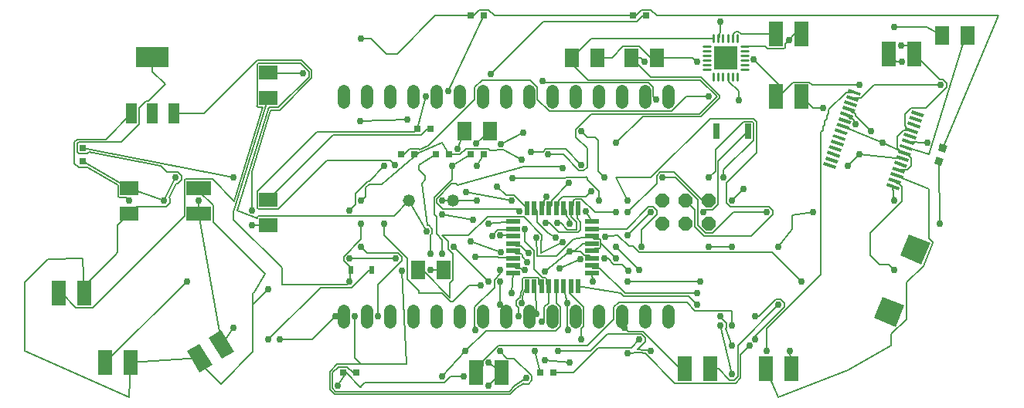
<source format=gbr>
G04 EAGLE Gerber RS-274X export*
G75*
%MOMM*%
%FSLAX34Y34*%
%LPD*%
%INTop Copper*%
%IPPOS*%
%AMOC8*
5,1,8,0,0,1.08239X$1,22.5*%
G01*
%ADD10R,1.600000X2.700000*%
%ADD11R,2.700000X1.600000*%
%ADD12R,0.630000X0.830000*%
%ADD13P,1.649562X8X22.500000*%
%ADD14R,0.800000X0.800000*%
%ADD15R,0.800000X0.800000*%
%ADD16C,1.320800*%
%ADD17R,2.000000X1.600000*%
%ADD18R,1.600000X2.000000*%
%ADD19R,0.800000X1.700000*%
%ADD20R,2.540000X2.540000*%
%ADD21R,1.500000X0.550000*%
%ADD22R,0.550000X1.500000*%
%ADD23R,0.348000X1.397000*%
%ADD24C,1.320800*%
%ADD25C,0.254000*%
%ADD26R,2.616200X2.616200*%
%ADD27R,1.219200X2.235200*%
%ADD28R,3.600000X2.200000*%
%ADD29C,0.756400*%
%ADD30C,0.152400*%


D10*
X801400Y44450D03*
X773400Y44450D03*
X138400Y50800D03*
X166400Y50800D03*
X87600Y127000D03*
X115600Y127000D03*
X862300Y44450D03*
X890300Y44450D03*
X544800Y40057D03*
X572800Y40057D03*
D11*
X241300Y214600D03*
X241300Y242600D03*
D10*
G36*
X252139Y78155D02*
X265825Y86443D01*
X279811Y63349D01*
X266125Y55061D01*
X252139Y78155D01*
G37*
G36*
X228189Y63651D02*
X241875Y71939D01*
X255861Y48845D01*
X242175Y40557D01*
X228189Y63651D01*
G37*
D12*
X407600Y152400D03*
X430600Y152400D03*
D13*
X749300Y203200D03*
X749300Y228600D03*
X774700Y203200D03*
X774700Y228600D03*
X800100Y203200D03*
X800100Y228600D03*
D14*
X538600Y279400D03*
X553600Y279400D03*
X114300Y271900D03*
X114300Y286900D03*
X500500Y279400D03*
X515500Y279400D03*
X462400Y279400D03*
X477400Y279400D03*
X480180Y307340D03*
X495180Y307340D03*
X538600Y431800D03*
X553600Y431800D03*
X716400Y431800D03*
X731400Y431800D03*
D15*
G36*
X1051166Y283832D02*
X1053277Y291547D01*
X1060992Y289436D01*
X1058881Y281721D01*
X1051166Y283832D01*
G37*
G36*
X1047208Y269364D02*
X1049319Y277079D01*
X1057034Y274968D01*
X1054923Y267253D01*
X1047208Y269364D01*
G37*
D14*
X614800Y40057D03*
X629800Y40057D03*
X398900Y40057D03*
X413900Y40057D03*
D16*
X471170Y228600D03*
X519430Y228600D03*
D17*
X317500Y341600D03*
X317500Y369600D03*
D18*
X532100Y304800D03*
X560100Y304800D03*
X481300Y152400D03*
X509300Y152400D03*
X1083340Y410210D03*
X1055340Y410210D03*
D17*
X317500Y201900D03*
X317500Y229900D03*
D19*
X808500Y304800D03*
X842500Y304800D03*
D20*
G36*
X1009505Y168730D02*
X1019307Y192162D01*
X1042739Y182360D01*
X1032937Y158928D01*
X1009505Y168730D01*
G37*
G36*
X980755Y100001D02*
X990557Y123433D01*
X1013989Y113631D01*
X1004187Y90199D01*
X980755Y100001D01*
G37*
D21*
X671650Y149800D03*
X671650Y157800D03*
X671650Y165800D03*
X671650Y173800D03*
X671650Y181800D03*
X671650Y189800D03*
X671650Y197800D03*
X671650Y205800D03*
D22*
X656650Y220800D03*
X648650Y220800D03*
X640650Y220800D03*
X632650Y220800D03*
X624650Y220800D03*
X616650Y220800D03*
X608650Y220800D03*
X600650Y220800D03*
D21*
X585650Y205800D03*
X585650Y197800D03*
X585650Y189800D03*
X585650Y181800D03*
X585650Y173800D03*
X585650Y165800D03*
X585650Y157800D03*
X585650Y149800D03*
D22*
X600650Y134800D03*
X608650Y134800D03*
X616650Y134800D03*
X624650Y134800D03*
X632650Y134800D03*
X640650Y134800D03*
X648650Y134800D03*
X656650Y134800D03*
D23*
G36*
X1021391Y324870D02*
X1022501Y328169D01*
X1035741Y323714D01*
X1034631Y320415D01*
X1021391Y324870D01*
G37*
G36*
X1019318Y318710D02*
X1020428Y322009D01*
X1033668Y317554D01*
X1032558Y314255D01*
X1019318Y318710D01*
G37*
G36*
X1017245Y312549D02*
X1018355Y315848D01*
X1031595Y311393D01*
X1030485Y308094D01*
X1017245Y312549D01*
G37*
G36*
X1015172Y306389D02*
X1016282Y309688D01*
X1029522Y305233D01*
X1028412Y301934D01*
X1015172Y306389D01*
G37*
G36*
X1013099Y300228D02*
X1014209Y303527D01*
X1027449Y299072D01*
X1026339Y295773D01*
X1013099Y300228D01*
G37*
G36*
X1011025Y294068D02*
X1012135Y297367D01*
X1025375Y292912D01*
X1024265Y289613D01*
X1011025Y294068D01*
G37*
G36*
X1008952Y287907D02*
X1010062Y291206D01*
X1023302Y286751D01*
X1022192Y283452D01*
X1008952Y287907D01*
G37*
G36*
X1004806Y275586D02*
X1005916Y278885D01*
X1019156Y274430D01*
X1018046Y271131D01*
X1004806Y275586D01*
G37*
G36*
X1006879Y281747D02*
X1007989Y285046D01*
X1021229Y280591D01*
X1020119Y277292D01*
X1006879Y281747D01*
G37*
G36*
X1002732Y269426D02*
X1003842Y272725D01*
X1017082Y268270D01*
X1015972Y264971D01*
X1002732Y269426D01*
G37*
G36*
X1000659Y263265D02*
X1001769Y266564D01*
X1015009Y262109D01*
X1013899Y258810D01*
X1000659Y263265D01*
G37*
G36*
X998586Y257105D02*
X999696Y260404D01*
X1012936Y255949D01*
X1011826Y252650D01*
X998586Y257105D01*
G37*
G36*
X996513Y250944D02*
X997623Y254243D01*
X1010863Y249788D01*
X1009753Y246489D01*
X996513Y250944D01*
G37*
G36*
X994439Y244784D02*
X995549Y248083D01*
X1008789Y243628D01*
X1007679Y240329D01*
X994439Y244784D01*
G37*
G36*
X952091Y348192D02*
X953201Y351491D01*
X966441Y347036D01*
X965331Y343737D01*
X952091Y348192D01*
G37*
G36*
X950017Y342032D02*
X951127Y345331D01*
X964367Y340876D01*
X963257Y337577D01*
X950017Y342032D01*
G37*
G36*
X947944Y335871D02*
X949054Y339170D01*
X962294Y334715D01*
X961184Y331416D01*
X947944Y335871D01*
G37*
G36*
X945871Y329711D02*
X946981Y333010D01*
X960221Y328555D01*
X959111Y325256D01*
X945871Y329711D01*
G37*
G36*
X943798Y323550D02*
X944908Y326849D01*
X958148Y322394D01*
X957038Y319095D01*
X943798Y323550D01*
G37*
G36*
X941724Y317390D02*
X942834Y320689D01*
X956074Y316234D01*
X954964Y312935D01*
X941724Y317390D01*
G37*
G36*
X939651Y311229D02*
X940761Y314528D01*
X954001Y310073D01*
X952891Y306774D01*
X939651Y311229D01*
G37*
G36*
X937578Y305069D02*
X938688Y308368D01*
X951928Y303913D01*
X950818Y300614D01*
X937578Y305069D01*
G37*
G36*
X935505Y298908D02*
X936615Y302207D01*
X949855Y297752D01*
X948745Y294453D01*
X935505Y298908D01*
G37*
G36*
X933431Y292748D02*
X934541Y296047D01*
X947781Y291592D01*
X946671Y288293D01*
X933431Y292748D01*
G37*
G36*
X931358Y286587D02*
X932468Y289886D01*
X945708Y285431D01*
X944598Y282132D01*
X931358Y286587D01*
G37*
G36*
X929285Y280427D02*
X930395Y283726D01*
X943635Y279271D01*
X942525Y275972D01*
X929285Y280427D01*
G37*
G36*
X927212Y274266D02*
X928322Y277565D01*
X941562Y273110D01*
X940452Y269811D01*
X927212Y274266D01*
G37*
G36*
X925139Y268106D02*
X926249Y271405D01*
X939489Y266950D01*
X938379Y263651D01*
X925139Y268106D01*
G37*
D24*
X400050Y336296D02*
X400050Y349504D01*
X425450Y349504D02*
X425450Y336296D01*
X450850Y336296D02*
X450850Y349504D01*
X476250Y349504D02*
X476250Y336296D01*
X501650Y336296D02*
X501650Y349504D01*
X527050Y349504D02*
X527050Y336296D01*
X552450Y336296D02*
X552450Y349504D01*
X577850Y349504D02*
X577850Y336296D01*
X603250Y336296D02*
X603250Y349504D01*
X628650Y349504D02*
X628650Y336296D01*
X654050Y336296D02*
X654050Y349504D01*
X679450Y349504D02*
X679450Y336296D01*
X704850Y336296D02*
X704850Y349504D01*
X730250Y349504D02*
X730250Y336296D01*
X755650Y336296D02*
X755650Y349504D01*
X400050Y108204D02*
X400050Y94996D01*
X425450Y94996D02*
X425450Y108204D01*
X450850Y108204D02*
X450850Y94996D01*
X476250Y94996D02*
X476250Y108204D01*
X501650Y108204D02*
X501650Y94996D01*
X527050Y94996D02*
X527050Y108204D01*
X552450Y108204D02*
X552450Y94996D01*
X577850Y94996D02*
X577850Y108204D01*
X603250Y108204D02*
X603250Y94996D01*
X628650Y94996D02*
X628650Y108204D01*
X654050Y108204D02*
X654050Y94996D01*
X679450Y94996D02*
X679450Y108204D01*
X704850Y108204D02*
X704850Y94996D01*
X730250Y94996D02*
X730250Y108204D01*
X755650Y108204D02*
X755650Y94996D01*
D17*
X165100Y214600D03*
X165100Y242600D03*
D25*
X805213Y403086D02*
X805213Y410706D01*
X810259Y410706D02*
X810259Y403086D01*
X815305Y403086D02*
X815305Y410706D01*
X820655Y410706D02*
X820655Y403086D01*
X825676Y403086D02*
X825676Y410706D01*
X830747Y410706D02*
X830747Y403086D01*
X805213Y368674D02*
X805213Y361054D01*
X810259Y361054D02*
X810259Y368674D01*
X815305Y368674D02*
X815305Y361054D01*
X820655Y361054D02*
X820655Y368674D01*
X825676Y368674D02*
X825676Y361054D01*
X830747Y361054D02*
X830747Y368674D01*
X834932Y373113D02*
X842552Y373113D01*
X842552Y378159D02*
X834932Y378159D01*
X834932Y383205D02*
X842552Y383205D01*
X842552Y388555D02*
X834932Y388555D01*
X834932Y393576D02*
X842552Y393576D01*
X842552Y398647D02*
X834932Y398647D01*
X801028Y373113D02*
X793408Y373113D01*
X793408Y378159D02*
X801028Y378159D01*
X801028Y383205D02*
X793408Y383205D01*
X793408Y388555D02*
X801028Y388555D01*
X801028Y393576D02*
X793408Y393576D01*
X793408Y398647D02*
X801028Y398647D01*
D26*
X818080Y385980D03*
D10*
X996920Y389890D03*
X1024920Y389890D03*
X873095Y411480D03*
X901095Y411480D03*
D18*
X714980Y385880D03*
X742980Y385880D03*
X650210Y385880D03*
X678210Y385880D03*
D10*
X873095Y342900D03*
X901095Y342900D03*
D27*
X167386Y324612D03*
X190500Y324612D03*
X213614Y324612D03*
D28*
X190500Y386590D03*
D29*
X660400Y76200D03*
D30*
X662940Y91314D02*
X662940Y111886D01*
X657732Y117094D01*
X660400Y88774D02*
X660400Y76200D01*
X660400Y88774D02*
X662940Y91314D01*
X657732Y117094D02*
X657606Y117094D01*
X647700Y127000D01*
X648650Y134800D01*
D29*
X960909Y313209D03*
D30*
X955013Y319002D02*
X950973Y322972D01*
X958543Y315575D02*
X960909Y313209D01*
X958543Y315575D02*
X958543Y317256D01*
X956797Y319002D02*
X955013Y319002D01*
X956797Y319002D02*
X958543Y317256D01*
D29*
X838200Y241300D03*
D30*
X825500Y228600D01*
D29*
X825500Y228600D03*
X812800Y101600D03*
X620461Y53769D03*
D30*
X647700Y50800D01*
D29*
X647700Y50800D03*
X711200Y61282D03*
X844680Y69568D03*
D30*
X724513Y62109D02*
X711200Y61282D01*
X724513Y62109D02*
X730532Y61269D01*
X730532Y60987D01*
X834616Y59504D02*
X834616Y34324D01*
X834616Y59504D02*
X844680Y69568D01*
X762855Y28664D02*
X730532Y60987D01*
X828956Y28664D02*
X834616Y34324D01*
X828956Y28664D02*
X762855Y28664D01*
D29*
X825500Y70132D03*
D30*
X817978Y88770D01*
X818868Y89661D01*
X818868Y94688D01*
X812800Y100756D02*
X812800Y101600D01*
X812800Y100756D02*
X818868Y94688D01*
D29*
X444500Y203200D03*
X645029Y116026D03*
D30*
X640650Y134800D01*
D29*
X635000Y63500D03*
D30*
X729968Y73687D02*
X729968Y78714D01*
X726414Y82268D01*
X670396Y63500D02*
X635000Y63500D01*
X721841Y65559D02*
X729968Y73687D01*
X726414Y82268D02*
X689164Y82268D01*
X670396Y63500D01*
D29*
X645501Y86701D03*
D30*
X645501Y90972D01*
X645160Y91314D01*
X645160Y115895D01*
X645029Y116026D01*
D29*
X863600Y63500D03*
D30*
X950105Y347800D02*
X955946Y347800D01*
X956131Y347614D02*
X959266Y347614D01*
X956131Y347614D02*
X955946Y347800D01*
X863600Y88708D02*
X863600Y63500D01*
X863600Y88708D02*
X922670Y147778D01*
X930963Y324570D02*
X930963Y328658D01*
X930963Y324570D02*
X928890Y322497D01*
X928890Y318410D01*
X926816Y316337D01*
X926816Y312249D01*
X924743Y310176D01*
X924743Y306089D01*
X922670Y304016D01*
X930963Y328658D02*
X950105Y347800D01*
X922670Y304016D02*
X922670Y147778D01*
X736600Y63500D02*
X721841Y65559D01*
D29*
X736600Y63500D03*
X550104Y135544D03*
D30*
X519449Y117884D02*
X516924Y117884D01*
X507808Y127000D01*
X482600Y127000D01*
X519449Y117884D02*
X537109Y135544D01*
X482600Y129867D02*
X482600Y127000D01*
X444500Y190692D02*
X444500Y203200D01*
X469888Y142579D02*
X482600Y129867D01*
X469888Y142579D02*
X469888Y165304D01*
X444500Y190692D01*
X537109Y135544D02*
X550104Y135544D01*
D29*
X558800Y50800D03*
D30*
X572800Y40057D01*
D29*
X355600Y368300D03*
D30*
X319859Y368300D01*
X317500Y369600D01*
D29*
X533400Y63500D03*
D30*
X632332Y86106D02*
X637540Y91314D01*
X637540Y111886D01*
X556006Y86106D02*
X533400Y63500D01*
X556006Y86106D02*
X632332Y86106D01*
X637540Y111886D02*
X632650Y116776D01*
X632650Y134800D01*
D29*
X793722Y215900D03*
D30*
X804203Y218694D02*
X810006Y224497D01*
X810006Y272306D02*
X842500Y304800D01*
X810006Y272306D02*
X810006Y224497D01*
X804203Y218694D02*
X796516Y218694D01*
X793722Y215900D01*
D29*
X444500Y266700D03*
X406400Y218254D03*
D30*
X427989Y250189D02*
X444500Y266700D01*
X427989Y250189D02*
X426359Y250189D01*
X413032Y224886D02*
X406400Y218254D01*
X413032Y236862D02*
X426359Y250189D01*
X413032Y236862D02*
X413032Y224886D01*
D29*
X419100Y177800D03*
X437360Y101600D03*
D30*
X463268Y167614D02*
X459714Y171168D01*
X463268Y167614D02*
X463268Y162587D01*
X425732Y171168D02*
X419100Y177800D01*
X425732Y171168D02*
X459714Y171168D01*
X437360Y136679D02*
X437360Y101600D01*
X437360Y136679D02*
X463268Y162587D01*
X533400Y63500D02*
X508000Y35616D01*
D29*
X508000Y35616D03*
X850900Y76200D03*
X850900Y101600D03*
D30*
X882368Y111787D02*
X882368Y116814D01*
X878814Y120368D01*
X873787Y120368D01*
X850900Y80319D02*
X850900Y76200D01*
X850900Y101600D02*
X855019Y101600D01*
X850900Y80319D02*
X882368Y111787D01*
X873787Y120368D02*
X855019Y101600D01*
D29*
X825500Y178350D03*
D30*
X800100Y178350D01*
D29*
X800100Y178350D03*
X558800Y25400D03*
D30*
X572800Y40057D01*
D29*
X647700Y172720D03*
D30*
X653354Y173664D01*
X661490Y181800D01*
X671650Y181800D01*
X668686Y168764D02*
X671650Y165800D01*
X668686Y168764D02*
X663203Y168764D01*
X659247Y172720D02*
X647700Y172720D01*
X659247Y172720D02*
X663203Y168764D01*
D29*
X489740Y342900D03*
D30*
X480180Y307340D01*
X166400Y50800D02*
X165100Y12700D01*
X50800Y63500D01*
X50800Y139520D01*
X76202Y164922D01*
X114300Y165100D01*
X115600Y127000D01*
X146262Y165927D02*
X146775Y165974D01*
X149384Y169106D01*
X152235Y171958D01*
X115600Y135258D02*
X115600Y127000D01*
X152235Y201735D02*
X165100Y214600D01*
X152235Y201735D02*
X152235Y171958D01*
X146262Y165920D02*
X115600Y135258D01*
X146262Y165920D02*
X146262Y165927D01*
X166400Y50800D02*
X242025Y56248D01*
X313705Y148605D02*
X257086Y205224D01*
X257086Y223547D01*
X241300Y239333D02*
X241300Y242600D01*
X241300Y239333D02*
X257086Y223547D01*
X242025Y56248D02*
X242025Y51161D01*
X265305Y27880D01*
X300444Y127027D02*
X301783Y128366D01*
X300444Y63019D02*
X265305Y27880D01*
X300444Y63019D02*
X300444Y114330D01*
X300444Y127027D01*
D29*
X600996Y161290D03*
D30*
X595436Y169497D02*
X594097Y170836D01*
X588614Y170836D02*
X585650Y173800D01*
X588614Y170836D02*
X594097Y170836D01*
X595436Y169497D02*
X595436Y166850D01*
X600996Y161290D01*
D29*
X620279Y150708D03*
X711200Y215900D03*
D30*
X647700Y172720D02*
X620279Y150708D01*
X313705Y148605D02*
X301783Y128366D01*
D29*
X317500Y131386D03*
X876300Y178350D03*
D30*
X890927Y197927D01*
X890927Y213298D01*
D29*
X876300Y114300D03*
D30*
X828014Y32032D02*
X822987Y32032D01*
X828014Y32032D02*
X831568Y35587D01*
X810569Y44450D02*
X801400Y44450D01*
X831568Y69568D02*
X876300Y114300D01*
X810569Y44450D02*
X822987Y32032D01*
X831568Y35587D02*
X831568Y69568D01*
D29*
X456318Y267751D03*
D30*
X305214Y238847D02*
X305214Y220953D01*
X306553Y219614D01*
X328447Y219614D01*
X476942Y304102D02*
X480180Y307340D01*
X381601Y272768D02*
X328447Y219614D01*
X370469Y304102D02*
X476942Y304102D01*
X370469Y304102D02*
X305214Y238847D01*
X381601Y272768D02*
X451301Y272768D01*
X456318Y267751D01*
D29*
X518463Y266698D03*
D30*
X538600Y279400D01*
D29*
X816074Y254000D03*
X800100Y254000D03*
D30*
X848786Y295353D02*
X848786Y314247D01*
X847447Y315586D01*
X837553Y315586D01*
X806958Y260858D02*
X800100Y254000D01*
X816074Y254000D02*
X816074Y262641D01*
X848786Y295353D01*
X837553Y315586D02*
X806958Y284991D01*
X806958Y260858D01*
X890927Y213298D02*
X914400Y215900D01*
D29*
X914400Y215900D03*
X990600Y292100D03*
D30*
X946826Y310651D01*
X990600Y292100D02*
X1014054Y281169D01*
X1018252Y278824D02*
X1021624Y275452D01*
X1016399Y278824D02*
X1014054Y281169D01*
X1016399Y278824D02*
X1018252Y278824D01*
X1016995Y262502D02*
X1011153Y262502D01*
X1010968Y262687D01*
X1007834Y262687D01*
X1021624Y267131D02*
X1021624Y275452D01*
X1021624Y267131D02*
X1016995Y262502D01*
X1009855Y283513D02*
X1006483Y286885D01*
X1011709Y283513D02*
X1014054Y281169D01*
X1011709Y283513D02*
X1009855Y283513D01*
X1013186Y305996D02*
X1016000Y305996D01*
X1019028Y305996D01*
X1019213Y305811D01*
X1022347Y305811D01*
X1006483Y299293D02*
X1006483Y286885D01*
X1006483Y299293D02*
X1013186Y305996D01*
X746787Y260068D02*
X743232Y256514D01*
X793020Y228600D02*
X800100Y228600D01*
X793020Y228600D02*
X761552Y260068D01*
X746787Y260068D01*
X743232Y247932D02*
X711200Y215900D01*
X743232Y247932D02*
X743232Y256514D01*
D29*
X508000Y170754D03*
D30*
X518463Y251955D02*
X518463Y266698D01*
X518463Y251955D02*
X498884Y232376D01*
X508000Y186189D02*
X508000Y170754D01*
X501932Y211129D02*
X498884Y214177D01*
X501932Y211129D02*
X501932Y192257D01*
X498884Y214177D02*
X498884Y232376D01*
X501932Y192257D02*
X508000Y186189D01*
D29*
X463820Y151836D03*
X571500Y63500D03*
D30*
X582381Y16284D02*
X389924Y16284D01*
X589129Y23032D02*
X597099Y28355D01*
X597533Y27921D01*
X602560Y27921D01*
X606114Y31476D01*
X606114Y36503D01*
X392691Y49391D02*
X384584Y41284D01*
X384584Y21624D01*
X389924Y16284D01*
X582381Y16284D02*
X589129Y23032D01*
X579157Y55843D02*
X571500Y63500D01*
X586774Y55843D02*
X606114Y36503D01*
X586774Y55843D02*
X579157Y55843D01*
X419100Y49391D02*
X392691Y49391D01*
X419100Y49391D02*
X468617Y49391D01*
D29*
X543901Y86701D03*
X571500Y152400D03*
D30*
X543560Y111886D02*
X543560Y91314D01*
X543901Y90972D02*
X543901Y86701D01*
X543901Y90972D02*
X543560Y91314D01*
X565432Y142214D02*
X571500Y148282D01*
X571500Y152400D01*
X565432Y142214D02*
X565432Y133758D01*
X543560Y111886D01*
X463820Y151836D02*
X468617Y49391D01*
X419100Y49391D02*
X411960Y56531D01*
X411960Y101600D01*
D29*
X411960Y101600D03*
D30*
X317500Y131386D02*
X300444Y114330D01*
X901095Y342900D02*
X913795Y330200D01*
X924895Y330200D01*
D29*
X924895Y330200D03*
X887730Y405130D03*
D30*
X894080Y411480D01*
X901095Y411480D01*
X887730Y405130D02*
X883381Y400781D01*
X883381Y397033D01*
X882042Y395694D01*
X864148Y395694D01*
X861195Y398647D02*
X838742Y398647D01*
X861195Y398647D02*
X864148Y395694D01*
X1056614Y361668D02*
X1060168Y358114D01*
X1060168Y353087D01*
X1016000Y310304D02*
X1014776Y311527D01*
X1016000Y310304D02*
X1016000Y305996D01*
X1053142Y361668D02*
X1024920Y389890D01*
X1053142Y361668D02*
X1056614Y361668D01*
X1060168Y353087D02*
X1037719Y330638D01*
X1021479Y330638D01*
X1014776Y323935D01*
X1014776Y311527D01*
D29*
X1010920Y398780D03*
D30*
X1028700Y398780D01*
X1028700Y393670D01*
X1024920Y389890D01*
X108014Y291847D02*
X108014Y281953D01*
X109353Y280614D01*
X119247Y280614D01*
X120586Y281953D01*
X120586Y282539D01*
X218414Y260068D02*
X221968Y256514D01*
X221968Y251487D01*
X218414Y247932D01*
X216274Y247932D01*
X208332Y232049D01*
X209268Y231114D01*
X209268Y226087D01*
X205714Y222532D01*
X190500Y370517D02*
X190500Y386590D01*
X190500Y370517D02*
X204308Y356708D01*
X199299Y266854D02*
X120586Y282539D01*
X173032Y222532D02*
X165100Y214600D01*
X173032Y222532D02*
X205714Y222532D01*
X206085Y260068D02*
X199299Y266854D01*
X206085Y260068D02*
X218414Y260068D01*
X185674Y338074D02*
X204308Y356708D01*
X185674Y338074D02*
X183457Y338074D01*
X109353Y293186D02*
X108014Y291847D01*
X175768Y330385D02*
X183457Y338074D01*
X175768Y330385D02*
X175768Y312489D01*
X156465Y293186D01*
X109353Y293186D01*
D29*
X787400Y114300D03*
D30*
X703106Y127516D02*
X656650Y134800D01*
X703106Y127516D02*
X706670Y123952D01*
X777748Y123952D02*
X787400Y114300D01*
X777748Y123952D02*
X706670Y123952D01*
D29*
X514287Y349313D03*
D30*
X553600Y431800D01*
D29*
X790674Y139700D03*
D30*
X711200Y139700D01*
D29*
X711200Y139700D03*
X673100Y139700D03*
D30*
X671650Y149800D01*
D29*
X560960Y367566D03*
D30*
X618908Y425514D01*
X721347Y425514D01*
X727633Y431800D02*
X731400Y431800D01*
X727633Y431800D02*
X721347Y425514D01*
D29*
X787400Y127000D03*
D30*
X680097Y154836D02*
X673100Y154836D01*
X707933Y127000D02*
X787400Y127000D01*
X707933Y127000D02*
X680097Y154836D01*
X673100Y154836D02*
X671650Y157800D01*
D29*
X825500Y38100D03*
D30*
X812800Y92174D01*
D29*
X812800Y92174D03*
X1053046Y203561D03*
D30*
X1052121Y272166D01*
D29*
X621030Y204470D03*
D30*
X656556Y194084D02*
X659356Y196884D01*
X659356Y205232D01*
X625149Y204470D02*
X621030Y204470D01*
X655380Y209208D02*
X659356Y205232D01*
X655380Y209208D02*
X655380Y218260D01*
X656650Y219530D01*
X656650Y220800D01*
X635535Y194084D02*
X625149Y204470D01*
X635535Y194084D02*
X656556Y194084D01*
D29*
X723900Y76200D03*
D30*
X715050Y67350D01*
X651263Y40057D02*
X629800Y40057D01*
X651263Y40057D02*
X678557Y67350D01*
X715050Y67350D01*
D29*
X633730Y204470D03*
D30*
X645187Y197132D02*
X655038Y197132D01*
X637849Y204470D02*
X633730Y204470D01*
X648650Y211628D02*
X648650Y220800D01*
X637849Y204470D02*
X645187Y197132D01*
X655038Y197132D02*
X655038Y205240D01*
X648650Y211628D01*
X403847Y46343D02*
X393953Y46343D01*
X387632Y22887D02*
X391187Y19332D01*
X387632Y40022D02*
X393953Y46343D01*
X387632Y40022D02*
X387632Y22887D01*
X391187Y19332D02*
X581118Y19332D01*
X587186Y25400D01*
X413900Y40057D02*
X410133Y40057D01*
X403847Y46343D01*
D29*
X723900Y152400D03*
D30*
X698500Y177800D01*
D29*
X698500Y177800D03*
X698500Y215900D03*
D30*
X660347Y230586D02*
X652953Y230586D01*
X651614Y229247D01*
X675033Y215900D02*
X698500Y215900D01*
X651614Y223764D02*
X651614Y229247D01*
X651614Y223764D02*
X648650Y220800D01*
X660347Y230586D02*
X675033Y215900D01*
D29*
X600046Y33989D03*
D30*
X587186Y25400D01*
D29*
X647700Y203200D03*
D30*
X647700Y208267D01*
X643614Y212353D01*
X643614Y217836D01*
X640650Y220800D01*
X279400Y254000D02*
X114300Y286900D01*
D29*
X279400Y254000D03*
X417700Y316133D03*
D30*
X469900Y317500D01*
D29*
X469900Y317500D03*
X571782Y290978D03*
D30*
X596900Y303580D01*
D29*
X596900Y303580D03*
X660400Y304800D03*
X670869Y239069D03*
D30*
X635614Y223764D02*
X632650Y220800D01*
X635614Y223764D02*
X635614Y229247D01*
X665434Y233634D02*
X670869Y239069D01*
X640001Y233634D02*
X635614Y229247D01*
X640001Y233634D02*
X665434Y233634D01*
D29*
X685800Y254000D03*
D30*
X678976Y294806D02*
X675421Y298360D01*
X666840Y298360D01*
X660400Y304800D01*
X678976Y260824D02*
X685800Y254000D01*
X678976Y260824D02*
X678976Y294806D01*
D29*
X646712Y248725D03*
D30*
X627614Y223764D02*
X624650Y220800D01*
X627614Y223764D02*
X627614Y229247D01*
X646712Y248345D02*
X646712Y248725D01*
X646712Y248345D02*
X627614Y229247D01*
D29*
X622300Y233606D03*
D30*
X622300Y231933D01*
X619614Y229247D02*
X619614Y223764D01*
X616650Y220800D01*
X619614Y229247D02*
X622300Y231933D01*
X869668Y218414D02*
X869668Y213387D01*
X869668Y218414D02*
X866114Y221968D01*
X794734Y190246D02*
X784606Y200374D01*
X851834Y315509D02*
X848709Y318634D01*
X774700Y228600D02*
X784606Y218694D01*
X784606Y200374D01*
X736408Y254000D02*
X698500Y254000D01*
X794734Y190246D02*
X846528Y190246D01*
X869668Y213387D01*
X851834Y281179D02*
X851834Y315509D01*
X848709Y318634D02*
X801042Y318634D01*
X736408Y254000D01*
X823551Y221968D02*
X866114Y221968D01*
X823551Y221968D02*
X819432Y226087D01*
X819432Y248777D01*
X851834Y281179D01*
X611614Y217836D02*
X608650Y220800D01*
X611614Y217836D02*
X611614Y205305D01*
X623371Y193548D01*
X632366Y188671D01*
D29*
X632366Y188671D03*
X711200Y228600D03*
D30*
X698500Y254000D01*
D29*
X568033Y244531D03*
D30*
X600582Y220800D02*
X600650Y220800D01*
X577542Y235022D02*
X568033Y244531D01*
X586360Y235022D02*
X600582Y220800D01*
X586360Y235022D02*
X577542Y235022D01*
D29*
X617946Y359954D03*
X742160Y340005D03*
D30*
X739140Y353186D02*
X733932Y358394D01*
X619506Y358394D02*
X617946Y359954D01*
X739140Y353186D02*
X739140Y343025D01*
X742160Y340005D01*
X733932Y358394D02*
X619506Y358394D01*
D29*
X543714Y167486D03*
D30*
X568157Y167486D01*
X569281Y166362D01*
X585088Y166362D01*
X585650Y165800D01*
D29*
X571500Y190500D03*
D30*
X585650Y189800D01*
D29*
X616740Y95888D03*
D30*
X619760Y98908D01*
X619760Y111886D01*
X624650Y116776D01*
X624650Y134800D01*
D29*
X598456Y197895D03*
D30*
X598456Y195068D01*
D29*
X592594Y216904D03*
D30*
X501932Y226087D02*
X501932Y231114D01*
X518187Y247368D02*
X523214Y247368D01*
X524908Y245674D01*
X597014Y266303D01*
X589788Y219710D02*
X592594Y216904D01*
X518187Y247368D02*
X501932Y231114D01*
X508309Y219710D02*
X589788Y219710D01*
X508309Y219710D02*
X501932Y226087D01*
X598456Y197895D02*
X598456Y183842D01*
X608334Y173964D01*
X608334Y153666D01*
X620347Y144586D02*
X621686Y143247D01*
X621686Y137764D01*
X624650Y134800D01*
X620347Y144586D02*
X617414Y144586D01*
X608334Y153666D01*
X714980Y385880D02*
X724794Y385880D01*
X729674Y381000D01*
D29*
X729674Y381000D03*
X812800Y425732D03*
D30*
X812800Y413230D01*
X811749Y412179D01*
X811749Y408386D01*
X810259Y406896D01*
X638150Y266303D02*
X597014Y266303D01*
X638150Y266303D02*
X639559Y264894D01*
D29*
X639559Y264894D03*
X698500Y292100D03*
D30*
X811730Y341637D02*
X811730Y344163D01*
X811730Y341637D02*
X791176Y321084D01*
X811730Y344163D02*
X791402Y364490D01*
X727484Y321084D02*
X698500Y292100D01*
X727484Y321084D02*
X791176Y321084D01*
X791402Y364490D02*
X736370Y364490D01*
X714980Y385880D01*
D29*
X591340Y101600D03*
D30*
X588633Y113985D02*
X588633Y119012D01*
X592188Y122567D01*
X592858Y122567D01*
X593743Y126793D01*
X593606Y127183D01*
X593993Y127987D01*
X594175Y128860D01*
X594521Y129086D01*
X595614Y131360D01*
X595614Y143247D01*
X596953Y144586D01*
X612347Y144586D02*
X613686Y143247D01*
X613686Y137764D01*
X616650Y134800D01*
X612347Y144586D02*
X596953Y144586D01*
X591340Y111279D02*
X591340Y101600D01*
X591340Y111279D02*
X588633Y113985D01*
D29*
X623996Y279400D03*
X520700Y177800D03*
D30*
X558800Y139700D01*
D29*
X558800Y139700D03*
X571500Y139700D03*
D30*
X571500Y114300D01*
D29*
X571500Y114300D03*
D30*
X650210Y385880D02*
X671226Y406896D01*
X805213Y406896D01*
X662914Y261874D02*
X657887Y261874D01*
X662914Y261874D02*
X666468Y265429D01*
X789914Y324132D02*
X808682Y342900D01*
X667258Y361442D02*
X647700Y381000D01*
X654332Y307314D02*
X654332Y298511D01*
X666468Y286375D02*
X666468Y265429D01*
X666468Y286375D02*
X654332Y298511D01*
X654332Y307314D02*
X671151Y324132D01*
X789914Y324132D01*
X640361Y279400D02*
X623996Y279400D01*
X640361Y279400D02*
X657887Y261874D01*
X790140Y361442D02*
X808682Y342900D01*
X790140Y361442D02*
X667258Y361442D01*
X647700Y381000D02*
X647700Y383370D01*
X650210Y385880D01*
X608650Y134800D02*
X610032Y133418D01*
X610870Y104140D01*
D29*
X610870Y104140D03*
X594701Y116499D03*
D30*
X596900Y127000D01*
X600650Y134800D01*
D29*
X584200Y127000D03*
D30*
X585650Y149800D01*
D29*
X598456Y152400D03*
D30*
X594097Y154836D02*
X588614Y154836D01*
X585650Y157800D01*
X594097Y154836D02*
X596533Y152400D01*
X598456Y152400D01*
D29*
X602266Y171450D03*
D30*
X601483Y171450D02*
X594097Y178836D01*
X588614Y178836D01*
X585650Y181800D01*
X601483Y171450D02*
X602266Y171450D01*
D29*
X707672Y88900D03*
D30*
X711256Y85316D02*
X727676Y85316D01*
X711256Y85316D02*
X707672Y88900D01*
X768542Y44450D02*
X773400Y44450D01*
X768542Y44450D02*
X727676Y85316D01*
D29*
X406400Y139700D03*
D30*
X407600Y152400D01*
X332016Y155027D02*
X332016Y137133D01*
X279400Y215900D02*
X317500Y341600D01*
X558547Y285686D02*
X559886Y284347D01*
X527367Y279400D02*
X515500Y279400D01*
X527367Y279400D02*
X533653Y285686D01*
X558547Y285686D01*
X515500Y279400D02*
X508000Y292100D01*
X481836Y281241D01*
X477400Y279400D01*
D29*
X419100Y203200D03*
D30*
X400332Y167614D02*
X400332Y162587D01*
X407600Y155319D02*
X407600Y152400D01*
X407600Y155319D02*
X400332Y162587D01*
X419100Y186382D02*
X419100Y203200D01*
X419100Y186382D02*
X400332Y167614D01*
D29*
X419100Y228600D03*
D30*
X424067Y243587D02*
X427622Y247141D01*
X424067Y233567D02*
X419100Y228600D01*
X424067Y233567D02*
X424067Y243587D01*
X441197Y247141D02*
X481836Y281241D01*
X441197Y247141D02*
X427622Y247141D01*
X681436Y182164D02*
X681436Y178103D01*
X680097Y176764D01*
X674614Y176764D01*
X671650Y173800D01*
D29*
X611044Y188501D03*
X736600Y215900D03*
D30*
X651664Y186536D02*
X632769Y167640D01*
X611884Y167640D02*
X611044Y188501D01*
X611884Y167640D02*
X632769Y167640D01*
X574296Y284910D02*
X575022Y285637D01*
D29*
X604573Y282288D03*
X594718Y274019D03*
D30*
X574407Y284851D01*
X574296Y284910D01*
X574407Y284851D02*
X559886Y284347D01*
X651664Y186536D02*
X671650Y189800D01*
X680097Y186836D02*
X681436Y185497D01*
X674614Y186836D02*
X671650Y189800D01*
X674614Y186836D02*
X680097Y186836D01*
X681436Y185497D02*
X681436Y182164D01*
X698500Y165100D01*
D29*
X698500Y165100D03*
X711200Y190500D03*
D30*
X736600Y215900D01*
D29*
X562412Y190357D03*
D30*
X562775Y190357D01*
X584418Y196568D02*
X585650Y197800D01*
X568987Y196568D02*
X562775Y190357D01*
X568987Y196568D02*
X584418Y196568D01*
D29*
X660400Y267942D03*
X977900Y304800D03*
D30*
X957109Y325155D02*
X953046Y329133D01*
X960616Y322084D02*
X977900Y304800D01*
X960616Y322084D02*
X960616Y323416D01*
X958877Y325155D02*
X957109Y325155D01*
X958877Y325155D02*
X960616Y323416D01*
D29*
X965200Y279400D03*
D30*
X1011981Y275008D01*
X965200Y279400D02*
X952500Y266700D01*
D29*
X952500Y266700D03*
X863600Y215900D03*
X749300Y254000D03*
D30*
X795997Y193294D02*
X804203Y193294D01*
X787654Y229655D02*
X763309Y254000D01*
X749300Y254000D01*
X787654Y201637D02*
X795997Y193294D01*
X787654Y201637D02*
X787654Y229655D01*
X826809Y215900D02*
X863600Y215900D01*
X826809Y215900D02*
X804203Y193294D01*
X406400Y139700D02*
X403833Y137133D01*
X332016Y137133D01*
X706033Y398166D02*
X723927Y398166D01*
X693747Y385880D02*
X678210Y385880D01*
X736213Y385880D02*
X742980Y385880D01*
X706033Y398166D02*
X693747Y385880D01*
X723927Y398166D02*
X736213Y385880D01*
X868955Y342900D02*
X873095Y342900D01*
D29*
X965200Y355600D03*
D30*
X910042Y358686D02*
X892148Y358686D01*
X876300Y342900D02*
X873095Y342900D01*
X876300Y342900D02*
X876362Y342900D01*
X892148Y358686D01*
X910042Y358686D02*
X913128Y355600D01*
X965200Y355600D01*
X786832Y381000D02*
X781952Y385880D01*
D29*
X786832Y381000D03*
X849128Y383691D03*
D30*
X781952Y385880D02*
X742980Y385880D01*
X279400Y215900D02*
X279400Y207643D01*
X332016Y155027D01*
X604573Y282288D02*
X618302Y282288D01*
X621483Y285468D01*
X642874Y285468D01*
X660400Y267942D01*
X849128Y383691D02*
X876300Y356519D01*
X876300Y342900D01*
X124547Y111214D02*
X106653Y111214D01*
X225514Y251547D02*
X226853Y252886D01*
X255747Y252886D01*
X306553Y331314D02*
X311197Y331314D01*
X317567Y331314D02*
X328447Y331314D01*
X317567Y331314D02*
X283151Y217769D01*
X305214Y209662D01*
X305214Y210847D01*
X306553Y212186D01*
X90867Y127000D02*
X87600Y127000D01*
X90867Y127000D02*
X106653Y111214D01*
X124547Y111214D02*
X225514Y212181D01*
X361668Y370814D02*
X352596Y379886D01*
X361668Y370814D02*
X361668Y364535D01*
X328447Y331314D01*
X225514Y251547D02*
X225514Y212181D01*
X280057Y228576D02*
X311197Y331314D01*
X255747Y252886D02*
X280057Y228576D01*
X454756Y212186D02*
X471170Y228600D01*
X454756Y212186D02*
X306553Y212186D01*
X471170Y228600D02*
X490310Y195490D01*
D29*
X490310Y195490D03*
X508000Y213642D03*
D30*
X541809Y207491D01*
D29*
X541809Y207491D03*
X584423Y253219D03*
X679732Y228600D03*
X664706Y216904D03*
D30*
X666595Y213884D01*
X664706Y216904D02*
X671650Y205800D01*
X667032Y253718D02*
X665480Y255270D01*
X667032Y253718D02*
X667032Y251487D01*
X679732Y238787D01*
X679732Y228600D01*
X642624Y253219D02*
X584423Y253219D01*
X642624Y253219D02*
X644199Y254793D01*
X665003Y254793D01*
X665480Y255270D01*
X305214Y332653D02*
X304800Y333067D01*
X306234Y331634D02*
X306553Y331314D01*
X305214Y378547D02*
X306553Y379886D01*
X305214Y332653D02*
X306234Y331634D01*
X305214Y332653D02*
X305214Y378547D01*
X306553Y379886D02*
X352596Y379886D01*
X228600Y139700D02*
X138400Y50800D01*
D29*
X228600Y139700D03*
X406400Y165100D03*
D30*
X457200Y165100D01*
D29*
X457200Y165100D03*
X508000Y228600D03*
D30*
X519430Y228600D01*
X546100Y228600D01*
D29*
X546100Y228600D03*
X539325Y184432D03*
D30*
X571795Y172430D01*
D29*
X571795Y172430D03*
X636453Y154429D03*
D30*
X658844Y164542D01*
D29*
X658844Y164542D03*
X725904Y178350D03*
D30*
X734087Y221968D02*
X739114Y221968D01*
X742668Y218414D01*
X742668Y213387D01*
X725904Y196623D02*
X725904Y178350D01*
X725904Y196623D02*
X742668Y213387D01*
X709919Y197800D02*
X671650Y197800D01*
X709919Y197800D02*
X734087Y221968D01*
D29*
X711448Y152152D03*
X685800Y165100D03*
D30*
X704568Y159032D02*
X711448Y152152D01*
X704568Y159032D02*
X695987Y159032D01*
X689919Y165100D01*
X685800Y165100D01*
D29*
X524510Y285750D03*
X533460Y238639D03*
D30*
X583846Y228954D01*
D29*
X583846Y228954D03*
X558446Y203554D03*
D30*
X585650Y205800D01*
X524510Y285750D02*
X532100Y304800D01*
D29*
X544715Y291754D03*
D30*
X560100Y304800D01*
D29*
X546100Y266700D03*
D30*
X553600Y279400D01*
D29*
X1003300Y152400D03*
D30*
X986454Y159073D02*
X976980Y168546D01*
X996627Y159073D02*
X1003300Y152400D01*
X996627Y159073D02*
X986454Y159073D01*
X976980Y168546D02*
X976980Y193699D01*
X1011258Y244649D02*
X1008148Y247759D01*
X1006294Y247759D01*
X1003688Y250366D01*
X1011258Y227977D02*
X976980Y193699D01*
X1011258Y227977D02*
X1011258Y244649D01*
D29*
X1003300Y228600D03*
D30*
X1001614Y244206D01*
X862300Y44450D02*
X876300Y12700D01*
X951699Y42860D01*
X999765Y69806D01*
X1034681Y157172D02*
X1045213Y182352D01*
X1041400Y187199D02*
X1041400Y241300D01*
X1045213Y183385D02*
X1045213Y182352D01*
X1045213Y183385D02*
X1041400Y187199D01*
X999765Y82277D02*
X999765Y69806D01*
X1016463Y138955D02*
X1034681Y157172D01*
X1016463Y98976D02*
X999765Y82277D01*
X1016463Y98976D02*
X1016463Y138955D01*
X1041400Y241300D02*
X1005761Y256527D01*
X486719Y152400D02*
X481300Y152400D01*
X699897Y191036D02*
X712166Y178766D01*
X516409Y122709D02*
X486719Y152400D01*
X508000Y190500D02*
X536811Y190500D01*
X557147Y210836D01*
X514632Y183868D02*
X508000Y190500D01*
D29*
X686348Y189167D03*
D30*
X514632Y183868D02*
X514632Y177800D01*
X686348Y189167D02*
X699897Y191036D01*
X1018200Y293490D02*
X1039112Y292792D01*
D29*
X1039112Y292792D03*
X901700Y139700D03*
D30*
X869118Y172282D01*
X716906Y178766D02*
X712166Y178766D01*
X723391Y172282D02*
X869118Y172282D01*
X723391Y172282D02*
X716906Y178766D01*
X597290Y210836D02*
X557147Y210836D01*
X617112Y191014D02*
X617112Y185987D01*
X615950Y184826D01*
X615950Y171450D01*
X617112Y191014D02*
X597290Y210836D01*
X615950Y171450D02*
X639445Y182898D01*
D29*
X639445Y182898D03*
D30*
X514632Y177800D02*
X514632Y175287D01*
X516409Y138276D02*
X516409Y122709D01*
X516409Y138276D02*
X519586Y141453D01*
X519586Y170333D01*
X514632Y175287D01*
D29*
X495300Y170754D03*
X495300Y152400D03*
D30*
X509300Y152400D01*
X482600Y267970D02*
X500500Y279400D01*
X488668Y256514D02*
X488668Y251487D01*
X485206Y248024D01*
X491276Y201558D01*
X492824Y201558D01*
X496378Y198003D01*
X496378Y192976D01*
X482600Y262582D02*
X482600Y267970D01*
X496378Y192976D02*
X495300Y191898D01*
X495300Y170754D01*
X488668Y256514D02*
X482600Y262582D01*
X1038470Y419100D02*
X1055340Y410210D01*
X1038470Y419100D02*
X1003300Y419100D01*
D29*
X1003300Y419100D03*
X800100Y342900D03*
D30*
X483006Y285027D02*
X482347Y285686D01*
X472453Y285686D01*
X774826Y342900D02*
X800100Y342900D01*
X466167Y279400D02*
X462400Y279400D01*
X759332Y327406D02*
X774826Y342900D01*
X472453Y285686D02*
X466167Y279400D01*
X543560Y353186D02*
X551816Y361442D01*
X624968Y327406D02*
X759332Y327406D01*
X624968Y327406D02*
X612140Y340234D01*
X612140Y353186D01*
X603884Y361442D01*
X551816Y361442D01*
X543560Y353186D02*
X543560Y340234D01*
X492147Y288821D01*
X483006Y285027D01*
X1080827Y409706D02*
X1083340Y410210D01*
X1080827Y409706D02*
X1041400Y279400D01*
X1016127Y287329D01*
X701168Y117094D02*
X695960Y111886D01*
X552732Y47989D02*
X544800Y40057D01*
X552732Y47989D02*
X552732Y53314D01*
X701168Y117094D02*
X776025Y117094D01*
X784887Y108232D01*
X569551Y70132D02*
X552732Y53314D01*
X695960Y98934D02*
X695960Y111886D01*
X667158Y70132D02*
X569551Y70132D01*
X667158Y70132D02*
X695960Y98934D01*
X784887Y108232D02*
X825500Y108232D01*
D29*
X1054100Y355600D03*
D30*
X980685Y355600D01*
X966353Y341269D01*
X963577Y341269D01*
X963392Y341454D02*
X957192Y341454D01*
X963392Y341454D02*
X963577Y341269D01*
D29*
X825500Y92174D03*
D30*
X825500Y108232D01*
D29*
X165100Y228600D03*
D30*
X119098Y265614D02*
X109353Y265614D01*
X119098Y265614D02*
X152814Y246168D01*
X152814Y233653D01*
X154153Y232314D01*
X104966Y293109D02*
X108091Y296234D01*
X139008Y296234D01*
X154153Y232314D02*
X161386Y232314D01*
X165100Y228600D01*
X139008Y296234D02*
X167386Y324612D01*
X104966Y293109D02*
X104966Y270001D01*
X109353Y265614D01*
D29*
X330200Y76200D03*
D30*
X365760Y76200D01*
X391160Y101600D01*
D29*
X391160Y101600D03*
D30*
X317500Y229900D02*
X388654Y301054D01*
X485127Y301054D01*
X491413Y307340D02*
X495180Y307340D01*
X491413Y307340D02*
X485127Y301054D01*
D29*
X241300Y228600D03*
D30*
X241300Y214600D01*
X265975Y70752D01*
X279400Y88900D01*
D29*
X279400Y88900D03*
X317500Y76200D03*
D30*
X374932Y133632D01*
X427682Y152400D02*
X430600Y152400D01*
X408914Y133632D02*
X374932Y133632D01*
X408914Y133632D02*
X427682Y152400D01*
D29*
X889000Y63500D03*
D30*
X890300Y44450D01*
X402667Y40057D02*
X398900Y40057D01*
X418212Y24512D02*
X418453Y24271D01*
X418212Y24512D02*
X402667Y40057D01*
X165100Y242600D02*
X114300Y271900D01*
X165100Y242600D02*
X203200Y228600D01*
D29*
X203200Y228600D03*
X393700Y25400D03*
D30*
X402667Y40057D01*
X548653Y438086D02*
X558547Y438086D01*
X542367Y431800D02*
X538600Y431800D01*
X564833Y431800D02*
X716400Y431800D01*
X548653Y438086D02*
X542367Y431800D01*
X558547Y438086D02*
X564833Y431800D01*
X726453Y438086D02*
X736347Y438086D01*
X742633Y431800D02*
X1117600Y431800D01*
X742633Y431800D02*
X736347Y438086D01*
X720167Y431800D02*
X716400Y431800D01*
X720167Y431800D02*
X726453Y438086D01*
X215900Y254000D02*
X203200Y228600D01*
D29*
X215900Y254000D03*
X419100Y406400D03*
D30*
X500297Y431800D02*
X538600Y431800D01*
X429905Y406400D02*
X419100Y406400D01*
X429905Y406400D02*
X446667Y389638D01*
X458135Y389638D01*
X500297Y431800D01*
X1056079Y286634D02*
X1117600Y431800D01*
X609600Y63500D02*
X614800Y40057D01*
D29*
X609600Y63500D03*
X531494Y35616D03*
D30*
X516582Y35616D01*
X423248Y29548D02*
X418212Y24512D01*
X510514Y29548D02*
X516582Y35616D01*
X510514Y29548D02*
X423248Y29548D01*
X996920Y389890D02*
X1005810Y381000D01*
X1011614Y381000D01*
D29*
X1011614Y381000D03*
X832674Y339090D03*
D30*
X822120Y363399D02*
X820655Y364864D01*
X822120Y363399D02*
X822120Y359581D01*
X832674Y349027D02*
X832674Y339090D01*
X832674Y349027D02*
X822120Y359581D01*
X829274Y414262D02*
X832220Y414262D01*
X829274Y414262D02*
X827191Y412179D01*
X827191Y408411D01*
X825676Y406896D01*
X835002Y411480D02*
X873095Y411480D01*
X835002Y411480D02*
X832220Y414262D01*
D29*
X299278Y218308D03*
D30*
X299278Y260466D02*
X319828Y328266D01*
X299278Y260466D02*
X299278Y218308D01*
X305291Y382934D02*
X353858Y382934D01*
X364716Y372076D01*
X364716Y363273D01*
X329709Y328266D01*
X319828Y328266D01*
X246969Y324612D02*
X213614Y324612D01*
X246969Y324612D02*
X305291Y382934D01*
D29*
X299720Y201930D03*
D30*
X317470Y201930D01*
X317500Y201900D01*
M02*

</source>
